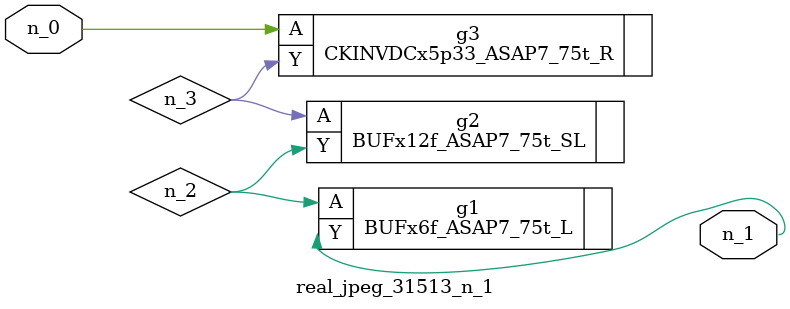
<source format=v>
module real_jpeg_31513_n_1 (n_0, n_1);

input n_0;

output n_1;

wire n_3;
wire n_2;

CKINVDCx5p33_ASAP7_75t_R g3 ( 
.A(n_0),
.Y(n_3)
);

BUFx6f_ASAP7_75t_L g1 ( 
.A(n_2),
.Y(n_1)
);

BUFx12f_ASAP7_75t_SL g2 ( 
.A(n_3),
.Y(n_2)
);


endmodule
</source>
